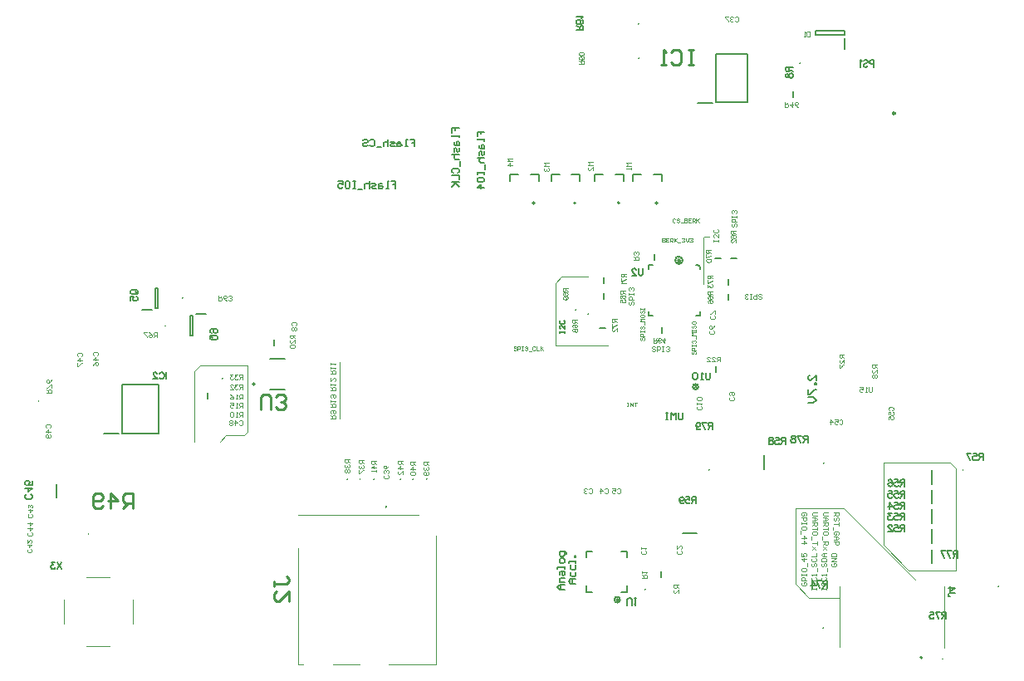
<source format=gbo>
G04*
G04 #@! TF.GenerationSoftware,Altium Limited,Altium Designer,22.5.1 (42)*
G04*
G04 Layer_Color=32896*
%FSLAX43Y43*%
%MOMM*%
G71*
G04*
G04 #@! TF.SameCoordinates,B4329D7B-D132-43AD-BD09-584EF951B7D5*
G04*
G04*
G04 #@! TF.FilePolarity,Positive*
G04*
G01*
G75*
%ADD10C,0.200*%
%ADD11C,0.254*%
%ADD12C,0.150*%
%ADD13C,0.250*%
%ADD14C,0.100*%
%ADD15C,0.127*%
%ADD201C,0.152*%
%ADD202C,0.140*%
D10*
X8725Y14075D02*
G03*
X8725Y14075I-50J0D01*
G01*
X95775Y1350D02*
G03*
X95775Y1350I-50J0D01*
G01*
X83625Y4525D02*
G03*
X83625Y4525I-50J0D01*
G01*
X83675Y21325D02*
G03*
X83675Y21325I-50J0D01*
G01*
X71975Y20650D02*
G03*
X71975Y20650I-50J0D01*
G01*
X101500Y8750D02*
G03*
X101500Y8750I-50J0D01*
G01*
X64800Y66100D02*
G03*
X64800Y66100I-50J0D01*
G01*
Y62600D02*
G03*
X64800Y62600I-50J0D01*
G01*
X58375Y36950D02*
G03*
X58375Y36950I-50J0D01*
G01*
X59675Y36550D02*
G03*
X59675Y36550I-50J0D01*
G01*
X93600Y1600D02*
G03*
X93600Y1400I0J-100D01*
G01*
D02*
G03*
X93600Y1600I0J100D01*
G01*
X97875Y20600D02*
G03*
X97875Y20600I-50J0D01*
G01*
X25650Y29375D02*
G03*
X25650Y29375I-100J0D01*
G01*
X81250Y62112D02*
G03*
X81250Y62112I-50J0D01*
G01*
X54181Y47835D02*
G03*
X54181Y47835I-100J0D01*
G01*
X22405Y29961D02*
G03*
X22405Y29961I-50J0D01*
G01*
X39039Y16909D02*
G03*
X39039Y16809I0J-50D01*
G01*
D02*
G03*
X39039Y16909I0J50D01*
G01*
D02*
G03*
X39039Y16809I0J-50D01*
G01*
X18325Y38175D02*
G03*
X18325Y38175I-50J0D01*
G01*
X3634Y27611D02*
G03*
X3634Y27611I-50J0D01*
G01*
X16550Y35300D02*
G03*
X16550Y35300I-50J0D01*
G01*
X65500Y8450D02*
G03*
X65500Y8450I-50J0D01*
G01*
X41799Y19684D02*
G03*
X41799Y19684I-50J0D01*
G01*
X43199D02*
G03*
X43199Y19684I-50J0D01*
G01*
X35099D02*
G03*
X35099Y19684I-50J0D01*
G01*
X40499D02*
G03*
X40499Y19684I-50J0D01*
G01*
X70607Y29205D02*
G03*
X70607Y29205I-27J0D01*
G01*
X58376Y47835D02*
G03*
X58376Y47835I-100J0D01*
G01*
X62831D02*
G03*
X62831Y47835I-100J0D01*
G01*
X66712D02*
G03*
X66712Y47835I-100J0D01*
G01*
X37799Y19684D02*
G03*
X37799Y19684I-50J0D01*
G01*
X36399D02*
G03*
X36399Y19684I-50J0D01*
G01*
X77600Y20700D02*
Y22100D01*
X72550Y42225D02*
X73150D01*
X74150D02*
X74750D01*
X73900Y39500D02*
Y40100D01*
X73950Y38000D02*
Y38600D01*
X61200Y39625D02*
Y40225D01*
Y38075D02*
Y38675D01*
X60825Y35100D02*
X61425D01*
X67200Y34600D02*
Y35200D01*
X69299Y14211D02*
X70699D01*
X71025Y41125D02*
Y41338D01*
X70600Y41550D02*
X70812D01*
X71025Y41338D01*
X65825Y41125D02*
Y41550D01*
X66250D01*
X71025Y36350D02*
Y36775D01*
X70600Y36350D02*
X71025D01*
X65825D02*
Y36775D01*
Y36350D02*
X66250D01*
X94700Y11100D02*
Y12500D01*
Y13200D02*
Y14600D01*
Y15200D02*
Y16600D01*
Y17200D02*
Y18600D01*
Y19200D02*
Y20600D01*
X70825Y58020D02*
X72352D01*
X72702Y58148D02*
Y63052D01*
X75898D01*
Y58148D02*
Y63052D01*
X72702Y58148D02*
X75898D01*
X85800Y63575D02*
Y64625D01*
X82850Y64975D02*
X85750D01*
X82850D02*
Y65425D01*
X85750D01*
Y64975D02*
Y65425D01*
X20873Y27858D02*
Y28458D01*
X10307Y24347D02*
X11782D01*
X12132Y24372D02*
Y29372D01*
X15832D01*
Y24372D02*
Y29372D01*
X12132Y24372D02*
X15832D01*
X27625Y33325D02*
Y33925D01*
X67100Y9650D02*
Y10250D01*
X66396Y42039D02*
Y42639D01*
X72681Y30602D02*
Y31202D01*
X80500Y58600D02*
Y59200D01*
X19100Y36350D02*
X19300D01*
X19100Y34350D02*
Y36350D01*
Y34350D02*
X19300D01*
Y36350D01*
X19650Y36525D02*
X20650D01*
X15550Y37150D02*
X15750D01*
Y39150D01*
X15550D02*
X15750D01*
X15550Y37150D02*
Y39150D01*
X14200Y36975D02*
X15200D01*
X5445Y17775D02*
Y19175D01*
D11*
X26255Y26763D02*
Y28033D01*
X26509Y28287D01*
X27017D01*
X27271Y28033D01*
Y26763D01*
X27779Y27017D02*
X28033Y26763D01*
X28541D01*
X28795Y27017D01*
Y27271D01*
X28541Y27525D01*
X28287D01*
X28541D01*
X28795Y27779D01*
Y28033D01*
X28541Y28287D01*
X28033D01*
X27779Y28033D01*
X13224Y16680D02*
Y18204D01*
X12462D01*
X12208Y17950D01*
Y17442D01*
X12462Y17188D01*
X13224D01*
X12716D02*
X12208Y16680D01*
X10939D02*
Y18204D01*
X11700Y17442D01*
X10685D01*
X10177Y16934D02*
X9923Y16680D01*
X9415D01*
X9161Y16934D01*
Y17950D01*
X9415Y18204D01*
X9923D01*
X10177Y17950D01*
Y17696D01*
X9923Y17442D01*
X9161D01*
X27638Y8754D02*
Y9262D01*
Y9008D01*
X28908D01*
X29162Y9262D01*
Y9516D01*
X28908Y9770D01*
X29162Y7230D02*
Y8246D01*
X28146Y7230D01*
X27892D01*
X27638Y7484D01*
Y7992D01*
X27892Y8246D01*
X70399Y63483D02*
X69891D01*
X70145D01*
Y61959D01*
X70399D01*
X69891D01*
X68114Y63229D02*
X68368Y63483D01*
X68876D01*
X69130Y63229D01*
Y62213D01*
X68876Y61959D01*
X68368D01*
X68114Y62213D01*
X67606Y61959D02*
X67098D01*
X67352D01*
Y63483D01*
X67606Y63229D01*
D12*
X70884Y29095D02*
G03*
X70884Y29095I-292J0D01*
G01*
X69284Y41995D02*
G03*
X69284Y41995I-392J0D01*
G01*
X62900Y7400D02*
G03*
X62900Y7400I-300J0D01*
G01*
X67550Y26450D02*
X67783D01*
X67667D01*
Y25750D01*
X67550D01*
X67783D01*
X68133D02*
Y26450D01*
X68366Y26217D01*
X68600Y26450D01*
Y25750D01*
X68833Y26450D02*
Y25867D01*
X68950Y25750D01*
X69183D01*
X69299Y25867D01*
Y26450D01*
X58350Y9050D02*
X57883D01*
X57650Y9283D01*
X57883Y9517D01*
X58350D01*
X58000D01*
Y9050D01*
X57883Y10216D02*
Y9866D01*
X58000Y9750D01*
X58233D01*
X58350Y9866D01*
Y10216D01*
X57883Y10916D02*
Y10566D01*
X58000Y10450D01*
X58233D01*
X58350Y10566D01*
Y10916D01*
Y11149D02*
Y11383D01*
Y11266D01*
X57650D01*
Y11149D01*
X58350Y11732D02*
X58233D01*
Y11849D01*
X58350D01*
Y11732D01*
X57217Y8450D02*
X56750D01*
X56517Y8683D01*
X56750Y8917D01*
X57217D01*
X56867D01*
Y8450D01*
X57217Y9150D02*
X56750D01*
Y9500D01*
X56867Y9616D01*
X57217D01*
X56750Y9966D02*
Y10199D01*
X56867Y10316D01*
X57217D01*
Y9966D01*
X57100Y9850D01*
X56983Y9966D01*
Y10316D01*
X57217Y10549D02*
Y10783D01*
Y10666D01*
X56517D01*
Y10549D01*
X57217Y11249D02*
Y11482D01*
X57100Y11599D01*
X56867D01*
X56750Y11482D01*
Y11249D01*
X56867Y11132D01*
X57100D01*
X57217Y11249D01*
X57450Y12066D02*
Y12182D01*
X57333Y12299D01*
X56750D01*
Y11949D01*
X56867Y11832D01*
X57100D01*
X57217Y11949D01*
Y12299D01*
X45766Y54997D02*
Y55463D01*
X46116D01*
Y55230D01*
Y55463D01*
X46466D01*
Y54763D02*
Y54530D01*
Y54647D01*
X45766D01*
Y54763D01*
X46000Y54064D02*
Y53830D01*
X46116Y53714D01*
X46466D01*
Y54064D01*
X46350Y54180D01*
X46233Y54064D01*
Y53714D01*
X46466Y53481D02*
Y53131D01*
X46350Y53014D01*
X46233Y53131D01*
Y53364D01*
X46116Y53481D01*
X46000Y53364D01*
Y53014D01*
X45766Y52781D02*
X46466D01*
X46116D01*
X46000Y52664D01*
Y52431D01*
X46116Y52314D01*
X46466D01*
X46583Y52081D02*
Y51614D01*
X45883Y50915D02*
X45766Y51031D01*
Y51265D01*
X45883Y51381D01*
X46350D01*
X46466Y51265D01*
Y51031D01*
X46350Y50915D01*
X45766Y50681D02*
X46466D01*
Y50215D01*
X45766Y49982D02*
X46466D01*
X46233D01*
X45766Y49515D01*
X46116Y49865D01*
X46466Y49515D01*
X48332Y54641D02*
Y55108D01*
X48682D01*
Y54874D01*
Y55108D01*
X49032D01*
Y54408D02*
Y54175D01*
Y54291D01*
X48332D01*
Y54408D01*
X48565Y53708D02*
Y53475D01*
X48682Y53358D01*
X49032D01*
Y53708D01*
X48915Y53825D01*
X48798Y53708D01*
Y53358D01*
X49032Y53125D02*
Y52775D01*
X48915Y52658D01*
X48798Y52775D01*
Y53008D01*
X48682Y53125D01*
X48565Y53008D01*
Y52658D01*
X48332Y52425D02*
X49032D01*
X48682D01*
X48565Y52308D01*
Y52075D01*
X48682Y51959D01*
X49032D01*
X49148Y51725D02*
Y51259D01*
X48332Y51026D02*
Y50792D01*
Y50909D01*
X49032D01*
Y51026D01*
Y50792D01*
X48332Y50093D02*
Y50326D01*
X48448Y50442D01*
X48915D01*
X49032Y50326D01*
Y50093D01*
X48915Y49976D01*
X48448D01*
X48332Y50093D01*
X49032Y49393D02*
X48332D01*
X48682Y49743D01*
Y49276D01*
X39538Y50052D02*
X40004D01*
Y49702D01*
X39771D01*
X40004D01*
Y49352D01*
X39304D02*
X39071D01*
X39188D01*
Y50052D01*
X39304D01*
X38605Y49819D02*
X38371D01*
X38255Y49702D01*
Y49352D01*
X38605D01*
X38721Y49469D01*
X38605Y49585D01*
X38255D01*
X38022Y49352D02*
X37672D01*
X37555Y49469D01*
X37672Y49585D01*
X37905D01*
X38022Y49702D01*
X37905Y49819D01*
X37555D01*
X37322Y50052D02*
Y49352D01*
Y49702D01*
X37205Y49819D01*
X36972D01*
X36855Y49702D01*
Y49352D01*
X36622Y49235D02*
X36155D01*
X35922Y50052D02*
X35689D01*
X35806D01*
Y49352D01*
X35922D01*
X35689D01*
X34989Y50052D02*
X35222D01*
X35339Y49935D01*
Y49469D01*
X35222Y49352D01*
X34989D01*
X34873Y49469D01*
Y49935D01*
X34989Y50052D01*
X34173D02*
X34639D01*
Y49702D01*
X34406Y49819D01*
X34289D01*
X34173Y49702D01*
Y49469D01*
X34289Y49352D01*
X34523D01*
X34639Y49469D01*
X41468Y54319D02*
X41935D01*
Y53969D01*
X41701D01*
X41935D01*
Y53619D01*
X41235D02*
X41002D01*
X41118D01*
Y54319D01*
X41235D01*
X40535Y54086D02*
X40302D01*
X40185Y53969D01*
Y53619D01*
X40535D01*
X40652Y53736D01*
X40535Y53852D01*
X40185D01*
X39952Y53619D02*
X39602D01*
X39485Y53736D01*
X39602Y53852D01*
X39835D01*
X39952Y53969D01*
X39835Y54086D01*
X39485D01*
X39252Y54319D02*
Y53619D01*
Y53969D01*
X39136Y54086D01*
X38902D01*
X38786Y53969D01*
Y53619D01*
X38552Y53503D02*
X38086D01*
X37386Y54202D02*
X37503Y54319D01*
X37736D01*
X37853Y54202D01*
Y53736D01*
X37736Y53619D01*
X37503D01*
X37386Y53736D01*
X36686Y54202D02*
X36803Y54319D01*
X37036D01*
X37153Y54202D01*
Y54086D01*
X37036Y53969D01*
X36803D01*
X36686Y53852D01*
Y53736D01*
X36803Y53619D01*
X37036D01*
X37153Y53736D01*
X82879Y29759D02*
Y30292D01*
X82346Y29759D01*
X82213D01*
X82080Y29892D01*
Y30159D01*
X82213Y30292D01*
X82879Y29492D02*
X82746D01*
Y29359D01*
X82879D01*
Y29492D01*
X82080Y28826D02*
Y28292D01*
X82213D01*
X82746Y28826D01*
X82879D01*
X82080Y28026D02*
X82613D01*
X82879Y27759D01*
X82613Y27493D01*
X82080D01*
X72330Y25457D02*
Y24757D01*
Y25457D02*
X72030D01*
X71930Y25424D01*
X71896Y25390D01*
X71863Y25324D01*
Y25257D01*
X71896Y25190D01*
X71930Y25157D01*
X72030Y25124D01*
X72330D01*
X72096D02*
X71863Y24757D01*
X71240Y25457D02*
X71573Y24757D01*
X71706Y25457D02*
X71240D01*
X70650Y25224D02*
X70683Y25124D01*
X70750Y25057D01*
X70850Y25024D01*
X70883D01*
X70983Y25057D01*
X71050Y25124D01*
X71083Y25224D01*
Y25257D01*
X71050Y25357D01*
X70983Y25424D01*
X70883Y25457D01*
X70850D01*
X70750Y25424D01*
X70683Y25357D01*
X70650Y25224D01*
Y25057D01*
X70683Y24891D01*
X70750Y24791D01*
X70850Y24757D01*
X70917D01*
X71017Y24791D01*
X71050Y24857D01*
X82032Y24111D02*
Y23411D01*
Y24111D02*
X81732D01*
X81632Y24078D01*
X81599Y24044D01*
X81566Y23978D01*
Y23911D01*
X81599Y23844D01*
X81632Y23811D01*
X81732Y23778D01*
X82032D01*
X81799D02*
X81566Y23411D01*
X80943Y24111D02*
X81276Y23411D01*
X81409Y24111D02*
X80943D01*
X80619D02*
X80719Y24078D01*
X80753Y24011D01*
Y23944D01*
X80719Y23878D01*
X80653Y23844D01*
X80519Y23811D01*
X80419Y23778D01*
X80353Y23711D01*
X80319Y23644D01*
Y23544D01*
X80353Y23478D01*
X80386Y23444D01*
X80486Y23411D01*
X80619D01*
X80719Y23444D01*
X80753Y23478D01*
X80786Y23544D01*
Y23644D01*
X80753Y23711D01*
X80686Y23778D01*
X80586Y23811D01*
X80453Y23844D01*
X80386Y23878D01*
X80353Y23944D01*
Y24011D01*
X80386Y24078D01*
X80486Y24111D01*
X80619D01*
X97323Y12376D02*
Y11676D01*
Y12376D02*
X97023D01*
X96923Y12343D01*
X96890Y12309D01*
X96857Y12243D01*
Y12176D01*
X96890Y12109D01*
X96923Y12076D01*
X97023Y12043D01*
X97323D01*
X97090D02*
X96857Y11676D01*
X96233Y12376D02*
X96567Y11676D01*
X96700Y12376D02*
X96233D01*
X95610D02*
X95943Y11676D01*
X96077Y12376D02*
X95610D01*
X96155Y6153D02*
Y5453D01*
Y6153D02*
X95855D01*
X95755Y6120D01*
X95722Y6086D01*
X95688Y6020D01*
Y5953D01*
X95722Y5886D01*
X95755Y5853D01*
X95855Y5820D01*
X96155D01*
X95922D02*
X95688Y5453D01*
X95065Y6153D02*
X95398Y5453D01*
X95532Y6153D02*
X95065D01*
X94508D02*
X94842D01*
X94875Y5853D01*
X94842Y5886D01*
X94742Y5920D01*
X94642D01*
X94542Y5886D01*
X94475Y5820D01*
X94442Y5720D01*
Y5653D01*
X94475Y5553D01*
X94542Y5487D01*
X94642Y5453D01*
X94742D01*
X94842Y5487D01*
X94875Y5520D01*
X94908Y5587D01*
X84039Y9328D02*
Y8628D01*
Y9328D02*
X83739D01*
X83639Y9295D01*
X83606Y9261D01*
X83572Y9195D01*
Y9128D01*
X83606Y9061D01*
X83639Y9028D01*
X83739Y8995D01*
X84039D01*
X83806D02*
X83572Y8628D01*
X82949Y9328D02*
X83282Y8628D01*
X83416Y9328D02*
X82949D01*
X82459D02*
X82793Y8861D01*
X82293D01*
X82459Y9328D02*
Y8628D01*
X59125Y65462D02*
X58425D01*
X59125D02*
Y65762D01*
X59092Y65862D01*
X59058Y65895D01*
X58992Y65928D01*
X58925D01*
X58858Y65895D01*
X58825Y65862D01*
X58792Y65762D01*
Y65462D01*
Y65695D02*
X58425Y65928D01*
X59025Y66485D02*
X59092Y66452D01*
X59125Y66352D01*
Y66285D01*
X59092Y66185D01*
X58992Y66118D01*
X58825Y66085D01*
X58658D01*
X58525Y66118D01*
X58458Y66185D01*
X58425Y66285D01*
Y66318D01*
X58458Y66418D01*
X58525Y66485D01*
X58625Y66518D01*
X58658D01*
X58758Y66485D01*
X58825Y66418D01*
X58858Y66318D01*
Y66285D01*
X58825Y66185D01*
X58758Y66118D01*
X58658Y66085D01*
X58992Y66672D02*
X59025Y66738D01*
X59125Y66838D01*
X58425D01*
X70653Y17888D02*
Y17188D01*
Y17888D02*
X70353D01*
X70253Y17855D01*
X70220Y17821D01*
X70187Y17755D01*
Y17688D01*
X70220Y17621D01*
X70253Y17588D01*
X70353Y17555D01*
X70653D01*
X70420D02*
X70187Y17188D01*
X69630Y17888D02*
X69963D01*
X69997Y17588D01*
X69963Y17621D01*
X69863Y17655D01*
X69763D01*
X69663Y17621D01*
X69597Y17555D01*
X69563Y17455D01*
Y17388D01*
X69597Y17288D01*
X69663Y17221D01*
X69763Y17188D01*
X69863D01*
X69963Y17221D01*
X69997Y17255D01*
X70030Y17321D01*
X68974Y17655D02*
X69007Y17555D01*
X69074Y17488D01*
X69174Y17455D01*
X69207D01*
X69307Y17488D01*
X69373Y17555D01*
X69407Y17655D01*
Y17688D01*
X69373Y17788D01*
X69307Y17855D01*
X69207Y17888D01*
X69174D01*
X69074Y17855D01*
X69007Y17788D01*
X68974Y17655D01*
Y17488D01*
X69007Y17321D01*
X69074Y17221D01*
X69174Y17188D01*
X69240D01*
X69340Y17221D01*
X69373Y17288D01*
X79772Y23933D02*
Y23233D01*
Y23933D02*
X79472D01*
X79372Y23900D01*
X79339Y23866D01*
X79305Y23800D01*
Y23733D01*
X79339Y23666D01*
X79372Y23633D01*
X79472Y23600D01*
X79772D01*
X79539D02*
X79305Y23233D01*
X78749Y23933D02*
X79082D01*
X79115Y23633D01*
X79082Y23666D01*
X78982Y23700D01*
X78882D01*
X78782Y23666D01*
X78715Y23600D01*
X78682Y23500D01*
Y23433D01*
X78715Y23333D01*
X78782Y23267D01*
X78882Y23233D01*
X78982D01*
X79082Y23267D01*
X79115Y23300D01*
X79149Y23367D01*
X78359Y23933D02*
X78459Y23900D01*
X78492Y23833D01*
Y23766D01*
X78459Y23700D01*
X78392Y23666D01*
X78259Y23633D01*
X78159Y23600D01*
X78092Y23533D01*
X78059Y23466D01*
Y23367D01*
X78092Y23300D01*
X78125Y23267D01*
X78225Y23233D01*
X78359D01*
X78459Y23267D01*
X78492Y23300D01*
X78525Y23367D01*
Y23466D01*
X78492Y23533D01*
X78425Y23600D01*
X78325Y23633D01*
X78192Y23666D01*
X78125Y23700D01*
X78092Y23766D01*
Y23833D01*
X78125Y23900D01*
X78225Y23933D01*
X78359D01*
X99913Y22308D02*
Y21608D01*
Y22308D02*
X99613D01*
X99513Y22275D01*
X99480Y22241D01*
X99447Y22175D01*
Y22108D01*
X99480Y22042D01*
X99513Y22008D01*
X99613Y21975D01*
X99913D01*
X99680D02*
X99447Y21608D01*
X98890Y22308D02*
X99223D01*
X99257Y22008D01*
X99223Y22042D01*
X99123Y22075D01*
X99023D01*
X98924Y22042D01*
X98857Y21975D01*
X98824Y21875D01*
Y21808D01*
X98857Y21708D01*
X98924Y21642D01*
X99023Y21608D01*
X99123D01*
X99223Y21642D01*
X99257Y21675D01*
X99290Y21742D01*
X98200Y22308D02*
X98534Y21608D01*
X98667Y22308D02*
X98200D01*
X91912Y19641D02*
Y18941D01*
Y19641D02*
X91612D01*
X91512Y19608D01*
X91479Y19574D01*
X91446Y19508D01*
Y19441D01*
X91479Y19375D01*
X91512Y19341D01*
X91612Y19308D01*
X91912D01*
X91679D02*
X91446Y18941D01*
X90889Y19641D02*
X91222D01*
X91256Y19341D01*
X91222Y19375D01*
X91122Y19408D01*
X91022D01*
X90923Y19375D01*
X90856Y19308D01*
X90823Y19208D01*
Y19141D01*
X90856Y19041D01*
X90923Y18975D01*
X91022Y18941D01*
X91122D01*
X91222Y18975D01*
X91256Y19008D01*
X91289Y19075D01*
X90266Y19541D02*
X90299Y19608D01*
X90399Y19641D01*
X90466D01*
X90566Y19608D01*
X90633Y19508D01*
X90666Y19341D01*
Y19175D01*
X90633Y19041D01*
X90566Y18975D01*
X90466Y18941D01*
X90433D01*
X90333Y18975D01*
X90266Y19041D01*
X90233Y19141D01*
Y19175D01*
X90266Y19275D01*
X90333Y19341D01*
X90433Y19375D01*
X90466D01*
X90566Y19341D01*
X90633Y19275D01*
X90666Y19175D01*
X91912Y18473D02*
Y17773D01*
Y18473D02*
X91612D01*
X91512Y18439D01*
X91479Y18406D01*
X91446Y18339D01*
Y18273D01*
X91479Y18206D01*
X91512Y18173D01*
X91612Y18139D01*
X91912D01*
X91679D02*
X91446Y17773D01*
X90889Y18473D02*
X91222D01*
X91256Y18173D01*
X91222Y18206D01*
X91122Y18239D01*
X91022D01*
X90923Y18206D01*
X90856Y18139D01*
X90823Y18039D01*
Y17973D01*
X90856Y17873D01*
X90923Y17806D01*
X91022Y17773D01*
X91122D01*
X91222Y17806D01*
X91256Y17840D01*
X91289Y17906D01*
X90266Y18473D02*
X90599D01*
X90633Y18173D01*
X90599Y18206D01*
X90499Y18239D01*
X90399D01*
X90299Y18206D01*
X90233Y18139D01*
X90199Y18039D01*
Y17973D01*
X90233Y17873D01*
X90299Y17806D01*
X90399Y17773D01*
X90499D01*
X90599Y17806D01*
X90633Y17840D01*
X90666Y17906D01*
X91912Y17330D02*
Y16630D01*
Y17330D02*
X91612D01*
X91512Y17296D01*
X91479Y17263D01*
X91446Y17196D01*
Y17130D01*
X91479Y17063D01*
X91512Y17030D01*
X91612Y16996D01*
X91912D01*
X91679D02*
X91446Y16630D01*
X90889Y17330D02*
X91222D01*
X91256Y17030D01*
X91222Y17063D01*
X91122Y17096D01*
X91022D01*
X90923Y17063D01*
X90856Y16996D01*
X90823Y16896D01*
Y16830D01*
X90856Y16730D01*
X90923Y16663D01*
X91022Y16630D01*
X91122D01*
X91222Y16663D01*
X91256Y16697D01*
X91289Y16763D01*
X90333Y17330D02*
X90666Y16863D01*
X90166D01*
X90333Y17330D02*
Y16630D01*
X91912Y16212D02*
Y15512D01*
Y16212D02*
X91612D01*
X91512Y16179D01*
X91479Y16145D01*
X91446Y16079D01*
Y16012D01*
X91479Y15946D01*
X91512Y15912D01*
X91612Y15879D01*
X91912D01*
X91679D02*
X91446Y15512D01*
X90889Y16212D02*
X91222D01*
X91256Y15912D01*
X91222Y15946D01*
X91122Y15979D01*
X91022D01*
X90923Y15946D01*
X90856Y15879D01*
X90823Y15779D01*
Y15712D01*
X90856Y15612D01*
X90923Y15546D01*
X91022Y15512D01*
X91122D01*
X91222Y15546D01*
X91256Y15579D01*
X91289Y15646D01*
X90599Y16212D02*
X90233D01*
X90433Y15946D01*
X90333D01*
X90266Y15912D01*
X90233Y15879D01*
X90199Y15779D01*
Y15712D01*
X90233Y15612D01*
X90299Y15546D01*
X90399Y15512D01*
X90499D01*
X90599Y15546D01*
X90633Y15579D01*
X90666Y15646D01*
X91912Y15018D02*
Y14318D01*
Y15018D02*
X91612D01*
X91512Y14985D01*
X91479Y14952D01*
X91446Y14885D01*
Y14818D01*
X91479Y14752D01*
X91512Y14718D01*
X91612Y14685D01*
X91912D01*
X91679D02*
X91446Y14318D01*
X90889Y15018D02*
X91222D01*
X91256Y14718D01*
X91222Y14752D01*
X91122Y14785D01*
X91022D01*
X90923Y14752D01*
X90856Y14685D01*
X90823Y14585D01*
Y14518D01*
X90856Y14418D01*
X90923Y14352D01*
X91022Y14318D01*
X91122D01*
X91222Y14352D01*
X91256Y14385D01*
X91289Y14452D01*
X90633Y14852D02*
Y14885D01*
X90599Y14952D01*
X90566Y14985D01*
X90499Y15018D01*
X90366D01*
X90299Y14985D01*
X90266Y14952D01*
X90233Y14885D01*
Y14818D01*
X90266Y14752D01*
X90333Y14652D01*
X90666Y14318D01*
X90199D01*
X97045Y8043D02*
X96511D01*
X96411Y8010D01*
X96378Y7977D01*
X96345Y7910D01*
Y7844D01*
X96378Y7777D01*
X96411Y7744D01*
X96511Y7710D01*
X96578D01*
X97045Y8557D02*
X96578Y8223D01*
Y8723D01*
X97045Y8557D02*
X96345D01*
X88789Y62047D02*
X88489D01*
X88389Y62081D01*
X88356Y62114D01*
X88322Y62181D01*
Y62281D01*
X88356Y62347D01*
X88389Y62381D01*
X88489Y62414D01*
X88789D01*
Y61714D01*
X87699Y62314D02*
X87766Y62381D01*
X87866Y62414D01*
X87999D01*
X88099Y62381D01*
X88166Y62314D01*
Y62247D01*
X88132Y62181D01*
X88099Y62147D01*
X88032Y62114D01*
X87832Y62047D01*
X87766Y62014D01*
X87732Y61981D01*
X87699Y61914D01*
Y61814D01*
X87766Y61748D01*
X87866Y61714D01*
X87999D01*
X88099Y61748D01*
X88166Y61814D01*
X87542Y62281D02*
X87476Y62314D01*
X87376Y62414D01*
Y61714D01*
X5952Y11234D02*
X5485Y10534D01*
Y11234D02*
X5952Y10534D01*
X5262Y11234D02*
X4895D01*
X5095Y10967D01*
X4995D01*
X4929Y10934D01*
X4895Y10900D01*
X4862Y10800D01*
Y10734D01*
X4895Y10634D01*
X4962Y10567D01*
X5062Y10534D01*
X5162D01*
X5262Y10567D01*
X5295Y10601D01*
X5329Y10667D01*
X65228Y41155D02*
Y40655D01*
X65195Y40555D01*
X65128Y40488D01*
X65028Y40455D01*
X64962D01*
X64862Y40488D01*
X64795Y40555D01*
X64762Y40655D01*
Y41155D01*
X64535Y40988D02*
Y41022D01*
X64502Y41088D01*
X64469Y41122D01*
X64402Y41155D01*
X64269D01*
X64202Y41122D01*
X64169Y41088D01*
X64135Y41022D01*
Y40955D01*
X64169Y40888D01*
X64235Y40788D01*
X64569Y40455D01*
X64102D01*
X16582Y30584D02*
Y29884D01*
X15936Y30417D02*
X15969Y30484D01*
X16036Y30550D01*
X16102Y30584D01*
X16236D01*
X16302Y30550D01*
X16369Y30484D01*
X16402Y30417D01*
X16436Y30317D01*
Y30150D01*
X16402Y30050D01*
X16369Y29984D01*
X16302Y29917D01*
X16236Y29884D01*
X16102D01*
X16036Y29917D01*
X15969Y29984D01*
X15936Y30050D01*
X15706Y30417D02*
Y30450D01*
X15673Y30517D01*
X15639Y30550D01*
X15573Y30584D01*
X15439D01*
X15373Y30550D01*
X15339Y30517D01*
X15306Y30450D01*
Y30384D01*
X15339Y30317D01*
X15406Y30217D01*
X15739Y29884D01*
X15273D01*
X79800Y61682D02*
X80500D01*
X79800D02*
Y61382D01*
X79833Y61282D01*
X79867Y61249D01*
X79933Y61216D01*
X80000D01*
X80067Y61249D01*
X80100Y61282D01*
X80133Y61382D01*
Y61682D01*
Y61449D02*
X80500Y61216D01*
X79800Y60893D02*
X79833Y60993D01*
X79900Y61026D01*
X79967D01*
X80033Y60993D01*
X80067Y60926D01*
X80100Y60793D01*
X80133Y60693D01*
X80200Y60626D01*
X80267Y60593D01*
X80367D01*
X80433Y60626D01*
X80467Y60659D01*
X80500Y60759D01*
Y60893D01*
X80467Y60993D01*
X80433Y61026D01*
X80367Y61059D01*
X80267D01*
X80200Y61026D01*
X80133Y60959D01*
X80100Y60859D01*
X80067Y60726D01*
X80033Y60659D01*
X79967Y60626D01*
X79900D01*
X79833Y60659D01*
X79800Y60759D01*
Y60893D01*
X72075Y30550D02*
Y29967D01*
X71958Y29850D01*
X71725D01*
X71608Y29967D01*
Y30550D01*
X71375Y29850D02*
X71142D01*
X71258D01*
Y30550D01*
X71375Y30433D01*
X70792D02*
X70675Y30550D01*
X70442D01*
X70325Y30433D01*
Y29967D01*
X70442Y29850D01*
X70675D01*
X70792Y29967D01*
Y30433D01*
X21242Y34333D02*
X21708D01*
X21825Y34217D01*
Y33983D01*
X21708Y33867D01*
X21242D01*
X21125Y33983D01*
Y34217D01*
X21358Y34100D02*
X21125Y34333D01*
Y34217D02*
X21242Y34333D01*
Y34567D02*
X21125Y34683D01*
Y34917D01*
X21242Y35033D01*
X21708D01*
X21825Y34917D01*
Y34683D01*
X21708Y34567D01*
X21592D01*
X21475Y34683D01*
Y35033D01*
X13583Y38542D02*
X13117D01*
X13000Y38658D01*
Y38892D01*
X13117Y39008D01*
X13583D01*
X13700Y38892D01*
Y38658D01*
X13467Y38775D02*
X13700Y38542D01*
Y38658D02*
X13583Y38542D01*
X13000Y37842D02*
Y38308D01*
X13350D01*
X13233Y38075D01*
Y37958D01*
X13350Y37842D01*
X13583D01*
X13700Y37958D01*
Y38192D01*
X13583Y38308D01*
X2828Y18133D02*
X2945Y18017D01*
Y17784D01*
X2828Y17667D01*
X2362D01*
X2245Y17784D01*
Y18017D01*
X2362Y18133D01*
X2245Y18717D02*
X2945D01*
X2595Y18367D01*
Y18833D01*
X2945Y19533D02*
Y19067D01*
X2595D01*
X2712Y19300D01*
Y19416D01*
X2595Y19533D01*
X2362D01*
X2245Y19416D01*
Y19183D01*
X2362Y19067D01*
X63633Y6850D02*
Y7433D01*
X63750Y7550D01*
X63983D01*
X64100Y7433D01*
Y6850D01*
X64333Y7550D02*
X64567D01*
X64450D01*
Y6850D01*
X64333Y6967D01*
D13*
X69050Y41840D02*
G03*
X69050Y41840I-125J0D01*
G01*
X90945Y56992D02*
G03*
X90945Y56992I-125J0D01*
G01*
D14*
X87315Y27225D02*
G03*
X87315Y27325I0J50D01*
G01*
D02*
G03*
X87315Y27225I0J-50D01*
G01*
X70398Y28902D02*
X70798Y29302D01*
X70300Y29095D02*
X70900D01*
X70592Y28800D02*
Y29400D01*
X70394Y29294D02*
X70794Y28894D01*
X68492Y41995D02*
X69292D01*
X68892Y41595D02*
Y42395D01*
X68598Y41702D02*
X69148Y42252D01*
X68644Y42244D02*
X69144Y41744D01*
X62400Y7600D02*
X62800Y7200D01*
X62400Y7200D02*
X62800Y7600D01*
X62600Y7100D02*
Y7700D01*
X62300Y7400D02*
X62900D01*
X56300Y33275D02*
X61675D01*
X71450Y44400D02*
X71975D01*
X71400Y44350D02*
X71450Y44400D01*
X71400Y43300D02*
Y44350D01*
Y40725D02*
Y41025D01*
Y40150D02*
Y40575D01*
Y42250D02*
Y43300D01*
Y40575D02*
Y40725D01*
Y39575D02*
Y40150D01*
Y41025D02*
Y42250D01*
X56300Y33275D02*
Y39675D01*
X56925Y40300D01*
X59650D01*
X8500Y2675D02*
X10900D01*
X13200Y4975D02*
Y7375D01*
X8500Y9675D02*
X10900D01*
X6200Y4975D02*
Y7375D01*
X83868Y7607D02*
X85239D01*
X84680Y16726D02*
X85696D01*
X93024Y9398D01*
X82191Y7607D02*
X83868D01*
X80794Y9004D02*
X82191Y7607D01*
X80794Y9004D02*
Y16726D01*
X84680D01*
X89786Y20129D02*
Y21399D01*
X96517D01*
X97177Y20739D01*
Y10401D02*
Y20739D01*
X92351Y10401D02*
X97177D01*
X89786Y12967D02*
X92351Y10401D01*
X89786Y12967D02*
Y20917D01*
X85275Y2600D02*
Y8750D01*
X95925Y2450D02*
Y8750D01*
X34300Y25900D02*
Y26300D01*
Y31600D01*
X19500Y23500D02*
Y26100D01*
X20100Y31300D02*
X24900D01*
X19500Y30700D02*
X20100Y31300D01*
X19500Y29800D02*
Y30700D01*
X22700Y24200D02*
X24600D01*
X24900Y24500D01*
Y31300D01*
X19500Y26100D02*
Y29800D01*
X22150Y23450D02*
X22700Y24200D01*
X30099Y16009D02*
X42349D01*
X30099D02*
X42349D01*
X30099Y809D02*
Y12659D01*
Y809D02*
Y12659D01*
Y809D02*
X30599D01*
X30099D02*
X30599D01*
X33599D02*
X36349D01*
X33599D02*
X36349D01*
X39349D02*
X44099D01*
X39349D02*
X44099D01*
Y13909D01*
Y809D02*
Y13909D01*
X74341Y45721D02*
X74258Y45637D01*
Y45471D01*
X74341Y45387D01*
X74424D01*
X74507Y45471D01*
Y45637D01*
X74591Y45721D01*
X74674D01*
X74757Y45637D01*
Y45471D01*
X74674Y45387D01*
X74757Y45887D02*
X74258D01*
Y46137D01*
X74341Y46220D01*
X74507D01*
X74591Y46137D01*
Y45887D01*
X74258Y46387D02*
Y46554D01*
Y46470D01*
X74757D01*
Y46387D01*
Y46554D01*
X74341Y46804D02*
X74258Y46887D01*
Y47053D01*
X74341Y47137D01*
X74424D01*
X74507Y47053D01*
Y46970D01*
Y47053D01*
X74591Y47137D01*
X74674D01*
X74757Y47053D01*
Y46887D01*
X74674Y46804D01*
X77008Y38122D02*
X77092Y38039D01*
X77258D01*
X77342Y38122D01*
Y38205D01*
X77258Y38289D01*
X77092D01*
X77008Y38372D01*
Y38455D01*
X77092Y38539D01*
X77258D01*
X77342Y38455D01*
X76842Y38539D02*
Y38039D01*
X76592D01*
X76509Y38122D01*
Y38289D01*
X76592Y38372D01*
X76842D01*
X76342Y38039D02*
X76175D01*
X76259D01*
Y38539D01*
X76342D01*
X76175D01*
X75925Y38122D02*
X75842Y38039D01*
X75675D01*
X75592Y38122D01*
Y38205D01*
X75675Y38289D01*
X75759D01*
X75675D01*
X75592Y38372D01*
Y38455D01*
X75675Y38539D01*
X75842D01*
X75925Y38455D01*
X72400Y43900D02*
Y44067D01*
Y43983D01*
X72900D01*
Y43900D01*
Y44067D01*
Y44650D02*
Y44317D01*
X72567Y44650D01*
X72483D01*
X72400Y44566D01*
Y44400D01*
X72483Y44317D01*
Y45150D02*
X72400Y45066D01*
Y44900D01*
X72483Y44816D01*
X72817D01*
X72900Y44900D01*
Y45066D01*
X72817Y45150D01*
X66508Y33142D02*
X66425Y33225D01*
X66258D01*
X66175Y33142D01*
Y33058D01*
X66258Y32975D01*
X66425D01*
X66508Y32892D01*
Y32808D01*
X66425Y32725D01*
X66258D01*
X66175Y32808D01*
X66675Y32725D02*
Y33225D01*
X66925D01*
X67008Y33142D01*
Y32975D01*
X66925Y32892D01*
X66675D01*
X67175Y33225D02*
X67341D01*
X67258D01*
Y32725D01*
X67175D01*
X67341D01*
X67591Y33142D02*
X67675Y33225D01*
X67841D01*
X67924Y33142D01*
Y33058D01*
X67841Y32975D01*
X67758D01*
X67841D01*
X67924Y32892D01*
Y32808D01*
X67841Y32725D01*
X67675D01*
X67591Y32808D01*
X63883Y37783D02*
X63800Y37700D01*
Y37533D01*
X63883Y37450D01*
X63967D01*
X64050Y37533D01*
Y37700D01*
X64133Y37783D01*
X64217D01*
X64300Y37700D01*
Y37533D01*
X64217Y37450D01*
X64300Y37950D02*
X63800D01*
Y38200D01*
X63883Y38283D01*
X64050D01*
X64133Y38200D01*
Y37950D01*
X63800Y38450D02*
Y38616D01*
Y38533D01*
X64300D01*
Y38450D01*
Y38616D01*
X63883Y38866D02*
X63800Y38950D01*
Y39116D01*
X63883Y39199D01*
X63967D01*
X64050Y39116D01*
Y39033D01*
Y39116D01*
X64133Y39199D01*
X64217D01*
X64300Y39116D01*
Y38950D01*
X64217Y38866D01*
X84686Y16306D02*
X85186D01*
Y16056D01*
X85102Y15972D01*
X84936D01*
X84853Y16056D01*
Y16306D01*
Y16139D02*
X84686Y15972D01*
X85102Y15473D02*
X85186Y15556D01*
Y15722D01*
X85102Y15806D01*
X85019D01*
X84936Y15722D01*
Y15556D01*
X84853Y15473D01*
X84769D01*
X84686Y15556D01*
Y15722D01*
X84769Y15806D01*
X85186Y15306D02*
Y14973D01*
Y15139D01*
X84686D01*
X84603Y14806D02*
Y14473D01*
X85102Y13973D02*
X85186Y14056D01*
Y14223D01*
X85102Y14306D01*
X84769D01*
X84686Y14223D01*
Y14056D01*
X84769Y13973D01*
X84936D01*
Y14140D01*
X84686Y13806D02*
X85019D01*
X85186Y13640D01*
X85019Y13473D01*
X84686D01*
X84936D01*
Y13806D01*
X84686Y13307D02*
X85186D01*
Y13057D01*
X85102Y12973D01*
X84936D01*
X84853Y13057D01*
Y13307D01*
X84094Y16306D02*
X83677D01*
X83594Y16222D01*
Y16056D01*
X83677Y15972D01*
X84094D01*
X83594Y15806D02*
X83927D01*
X84094Y15639D01*
X83927Y15473D01*
X83594D01*
X83844D01*
Y15806D01*
X83594Y15306D02*
X84094D01*
Y15056D01*
X84010Y14973D01*
X83844D01*
X83760Y15056D01*
Y15306D01*
Y15139D02*
X83594Y14973D01*
X84094Y14806D02*
Y14473D01*
Y14639D01*
X83594D01*
X84010Y14306D02*
X84094Y14223D01*
Y14056D01*
X84010Y13973D01*
X83677D01*
X83594Y14056D01*
Y14223D01*
X83677Y14306D01*
X84010D01*
X83510Y13806D02*
Y13473D01*
X83594Y13307D02*
X84094D01*
Y13057D01*
X84010Y12973D01*
X83844D01*
X83760Y13057D01*
Y13307D01*
Y13140D02*
X83594Y12973D01*
X83927Y12807D02*
X83594Y12474D01*
X83760Y12640D01*
X83927Y12474D01*
X83594Y12807D01*
X83027Y16306D02*
X82610D01*
X82527Y16222D01*
Y16056D01*
X82610Y15972D01*
X83027D01*
X82527Y15806D02*
X82860D01*
X83027Y15639D01*
X82860Y15473D01*
X82527D01*
X82777D01*
Y15806D01*
X82527Y15306D02*
X83027D01*
Y15056D01*
X82943Y14973D01*
X82777D01*
X82694Y15056D01*
Y15306D01*
Y15139D02*
X82527Y14973D01*
X83027Y14806D02*
Y14473D01*
Y14639D01*
X82527D01*
X82943Y14306D02*
X83027Y14223D01*
Y14056D01*
X82943Y13973D01*
X82610D01*
X82527Y14056D01*
Y14223D01*
X82610Y14306D01*
X82943D01*
X82444Y13806D02*
Y13473D01*
X83027Y13307D02*
Y12973D01*
Y13140D01*
X82527D01*
X82860Y12807D02*
X82527Y12474D01*
X82694Y12640D01*
X82860Y12474D01*
X82527Y12807D01*
X81775Y15972D02*
X81858Y16056D01*
Y16222D01*
X81775Y16306D01*
X81442D01*
X81358Y16222D01*
Y16056D01*
X81442Y15972D01*
X81608D01*
Y16139D01*
X81358Y15806D02*
X81858D01*
Y15556D01*
X81775Y15473D01*
X81608D01*
X81525Y15556D01*
Y15806D01*
X81858Y15306D02*
Y15139D01*
Y15223D01*
X81358D01*
Y15306D01*
Y15139D01*
X81858Y14639D02*
Y14806D01*
X81775Y14889D01*
X81442D01*
X81358Y14806D01*
Y14639D01*
X81442Y14556D01*
X81775D01*
X81858Y14639D01*
X81275Y14390D02*
Y14056D01*
X81358Y13640D02*
X81858D01*
X81608Y13890D01*
Y13556D01*
X81358Y13140D02*
X81858D01*
X81608Y13390D01*
Y13057D01*
X84494Y11110D02*
X84411Y11026D01*
Y10860D01*
X84494Y10776D01*
X84827D01*
X84911Y10860D01*
Y11026D01*
X84827Y11110D01*
X84661D01*
Y10943D01*
X84911Y11276D02*
X84411D01*
X84911Y11609D01*
X84411D01*
Y11776D02*
X84911D01*
Y12026D01*
X84827Y12109D01*
X84494D01*
X84411Y12026D01*
Y11776D01*
X83413Y8444D02*
Y8610D01*
Y8527D01*
X83913D01*
Y8444D01*
Y8610D01*
Y9194D02*
Y8860D01*
X83580Y9194D01*
X83496D01*
X83413Y9110D01*
Y8944D01*
X83496Y8860D01*
Y9693D02*
X83413Y9610D01*
Y9443D01*
X83496Y9360D01*
X83830D01*
X83913Y9443D01*
Y9610D01*
X83830Y9693D01*
X83913Y9860D02*
Y10027D01*
Y9943D01*
X83413D01*
X83496Y9860D01*
X83996Y10277D02*
Y10610D01*
X83496Y11110D02*
X83413Y11026D01*
Y10860D01*
X83496Y10776D01*
X83580D01*
X83663Y10860D01*
Y11026D01*
X83746Y11110D01*
X83830D01*
X83913Y11026D01*
Y10860D01*
X83830Y10776D01*
X83413Y11276D02*
X83913D01*
Y11526D01*
X83830Y11609D01*
X83496D01*
X83413Y11526D01*
Y11276D01*
X83913Y11776D02*
X83580D01*
X83413Y11943D01*
X83580Y12109D01*
X83913D01*
X83663D01*
Y11776D01*
X82422Y8444D02*
Y8610D01*
Y8527D01*
X82922D01*
Y8444D01*
Y8610D01*
Y9194D02*
Y8860D01*
X82589Y9194D01*
X82506D01*
X82422Y9110D01*
Y8944D01*
X82506Y8860D01*
Y9693D02*
X82422Y9610D01*
Y9443D01*
X82506Y9360D01*
X82839D01*
X82922Y9443D01*
Y9610D01*
X82839Y9693D01*
X82922Y9860D02*
Y10027D01*
Y9943D01*
X82422D01*
X82506Y9860D01*
X83006Y10277D02*
Y10610D01*
X82506Y11110D02*
X82422Y11026D01*
Y10860D01*
X82506Y10776D01*
X82589D01*
X82672Y10860D01*
Y11026D01*
X82756Y11110D01*
X82839D01*
X82922Y11026D01*
Y10860D01*
X82839Y10776D01*
X82506Y11609D02*
X82422Y11526D01*
Y11360D01*
X82506Y11276D01*
X82839D01*
X82922Y11360D01*
Y11526D01*
X82839Y11609D01*
X82422Y11776D02*
X82922D01*
Y12109D01*
X81464Y9194D02*
X81381Y9110D01*
Y8944D01*
X81464Y8860D01*
X81798D01*
X81881Y8944D01*
Y9110D01*
X81798Y9194D01*
X81631D01*
Y9027D01*
X81881Y9360D02*
X81381D01*
Y9610D01*
X81464Y9693D01*
X81631D01*
X81714Y9610D01*
Y9360D01*
X81381Y9860D02*
Y10027D01*
Y9943D01*
X81881D01*
Y9860D01*
Y10027D01*
X81381Y10526D02*
Y10360D01*
X81464Y10277D01*
X81798D01*
X81881Y10360D01*
Y10526D01*
X81798Y10610D01*
X81464D01*
X81381Y10526D01*
X81964Y10776D02*
Y11110D01*
X81881Y11526D02*
X81381D01*
X81631Y11276D01*
Y11609D01*
X81381Y12109D02*
Y11776D01*
X81631D01*
X81548Y11943D01*
Y12026D01*
X81631Y12109D01*
X81798D01*
X81881Y12026D01*
Y11859D01*
X81798Y11776D01*
X67200Y44267D02*
Y43867D01*
X67400D01*
X67467Y43933D01*
Y44000D01*
X67400Y44067D01*
X67200D01*
X67400D01*
X67467Y44133D01*
Y44200D01*
X67400Y44267D01*
X67200D01*
X67866D02*
X67600D01*
Y43867D01*
X67866D01*
X67600Y44067D02*
X67733D01*
X68000Y43867D02*
Y44267D01*
X68200D01*
X68266Y44200D01*
Y44067D01*
X68200Y44000D01*
X68000D01*
X68133D02*
X68266Y43867D01*
X68400Y44267D02*
Y43867D01*
Y44000D01*
X68666Y44267D01*
X68466Y44067D01*
X68666Y43867D01*
X68799Y43800D02*
X69066D01*
X69199Y44200D02*
X69266Y44267D01*
X69399D01*
X69466Y44200D01*
Y44133D01*
X69399Y44067D01*
X69333D01*
X69399D01*
X69466Y44000D01*
Y43933D01*
X69399Y43867D01*
X69266D01*
X69199Y43933D01*
X69599Y44267D02*
Y44000D01*
X69733Y43867D01*
X69866Y44000D01*
Y44267D01*
X69999Y44200D02*
X70066Y44267D01*
X70199D01*
X70266Y44200D01*
Y44133D01*
X70199Y44067D01*
X70132D01*
X70199D01*
X70266Y44000D01*
Y43933D01*
X70199Y43867D01*
X70066D01*
X69999Y43933D01*
X68542Y46200D02*
X68475Y46267D01*
X68342D01*
X68275Y46200D01*
Y45933D01*
X68342Y45867D01*
X68475D01*
X68542Y45933D01*
X68941Y46200D02*
X68875Y46267D01*
X68742D01*
X68675Y46200D01*
Y46133D01*
X68742Y46067D01*
X68875D01*
X68941Y46000D01*
Y45933D01*
X68875Y45867D01*
X68742D01*
X68675Y45933D01*
X69075Y45800D02*
X69341D01*
X69475Y46267D02*
Y45867D01*
X69675D01*
X69741Y45933D01*
Y46000D01*
X69675Y46067D01*
X69475D01*
X69675D01*
X69741Y46133D01*
Y46200D01*
X69675Y46267D01*
X69475D01*
X70141D02*
X69874D01*
Y45867D01*
X70141D01*
X69874Y46067D02*
X70008D01*
X70274Y45867D02*
Y46267D01*
X70474D01*
X70541Y46200D01*
Y46067D01*
X70474Y46000D01*
X70274D01*
X70408D02*
X70541Y45867D01*
X70674Y46267D02*
Y45867D01*
Y46000D01*
X70941Y46267D01*
X70741Y46067D01*
X70941Y45867D01*
X63600Y27500D02*
X63733D01*
X63667D01*
Y27100D01*
X63600D01*
X63733D01*
X63933D02*
Y27500D01*
X64200Y27100D01*
Y27500D01*
X64333D02*
X64600D01*
X64466D01*
Y27100D01*
X65020Y34127D02*
X64953Y34060D01*
Y33927D01*
X65020Y33860D01*
X65087D01*
X65153Y33927D01*
Y34060D01*
X65220Y34127D01*
X65287D01*
X65353Y34060D01*
Y33927D01*
X65287Y33860D01*
X65353Y34260D02*
X64953D01*
Y34460D01*
X65020Y34526D01*
X65153D01*
X65220Y34460D01*
Y34260D01*
X64953Y34660D02*
Y34793D01*
Y34726D01*
X65353D01*
Y34660D01*
Y34793D01*
X65020Y34993D02*
X64953Y35060D01*
Y35193D01*
X65020Y35260D01*
X65087D01*
X65153Y35193D01*
Y35126D01*
Y35193D01*
X65220Y35260D01*
X65287D01*
X65353Y35193D01*
Y35060D01*
X65287Y34993D01*
X65420Y35393D02*
Y35659D01*
X65353Y35793D02*
X64953D01*
X65087Y35926D01*
X64953Y36059D01*
X65353D01*
X64953Y36393D02*
Y36259D01*
X65020Y36193D01*
X65287D01*
X65353Y36259D01*
Y36393D01*
X65287Y36459D01*
X65020D01*
X64953Y36393D01*
X65020Y36859D02*
X64953Y36792D01*
Y36659D01*
X65020Y36592D01*
X65087D01*
X65153Y36659D01*
Y36792D01*
X65220Y36859D01*
X65287D01*
X65353Y36792D01*
Y36659D01*
X65287Y36592D01*
X64953Y36992D02*
Y37126D01*
Y37059D01*
X65353D01*
Y36992D01*
Y37126D01*
X52317Y33150D02*
X52250Y33217D01*
X52117D01*
X52050Y33150D01*
Y33083D01*
X52117Y33017D01*
X52250D01*
X52317Y32950D01*
Y32883D01*
X52250Y32817D01*
X52117D01*
X52050Y32883D01*
X52450Y32817D02*
Y33217D01*
X52650D01*
X52716Y33150D01*
Y33017D01*
X52650Y32950D01*
X52450D01*
X52850Y33217D02*
X52983D01*
X52916D01*
Y32817D01*
X52850D01*
X52983D01*
X53183Y33150D02*
X53250Y33217D01*
X53383D01*
X53450Y33150D01*
Y33083D01*
X53383Y33017D01*
X53316D01*
X53383D01*
X53450Y32950D01*
Y32883D01*
X53383Y32817D01*
X53250D01*
X53183Y32883D01*
X53583Y32750D02*
X53849D01*
X54249Y33150D02*
X54183Y33217D01*
X54049D01*
X53983Y33150D01*
Y32883D01*
X54049Y32817D01*
X54183D01*
X54249Y32883D01*
X54383Y33217D02*
Y32817D01*
X54649D01*
X54782Y33217D02*
Y32817D01*
Y32950D01*
X55049Y33217D01*
X54849Y33017D01*
X55049Y32817D01*
X70270Y32697D02*
X70203Y32630D01*
Y32497D01*
X70270Y32430D01*
X70337D01*
X70403Y32497D01*
Y32630D01*
X70470Y32697D01*
X70537D01*
X70603Y32630D01*
Y32497D01*
X70537Y32430D01*
X70603Y32830D02*
X70203D01*
Y33030D01*
X70270Y33096D01*
X70403D01*
X70470Y33030D01*
Y32830D01*
X70203Y33230D02*
Y33363D01*
Y33296D01*
X70603D01*
Y33230D01*
Y33363D01*
X70270Y33563D02*
X70203Y33630D01*
Y33763D01*
X70270Y33830D01*
X70337D01*
X70403Y33763D01*
Y33696D01*
Y33763D01*
X70470Y33830D01*
X70537D01*
X70603Y33763D01*
Y33630D01*
X70537Y33563D01*
X70670Y33963D02*
Y34229D01*
X70603Y34363D02*
X70203D01*
X70337Y34496D01*
X70203Y34629D01*
X70603D01*
X70203Y34763D02*
Y34896D01*
Y34829D01*
X70603D01*
Y34763D01*
Y34896D01*
X70270Y35362D02*
X70203Y35296D01*
Y35162D01*
X70270Y35096D01*
X70337D01*
X70403Y35162D01*
Y35296D01*
X70470Y35362D01*
X70537D01*
X70603Y35296D01*
Y35162D01*
X70537Y35096D01*
X70203Y35696D02*
Y35562D01*
X70270Y35496D01*
X70537D01*
X70603Y35562D01*
Y35696D01*
X70537Y35762D01*
X70270D01*
X70203Y35696D01*
X71825Y40462D02*
X72325D01*
X71825D02*
Y40248D01*
X71849Y40176D01*
X71873Y40152D01*
X71920Y40129D01*
X71968D01*
X72015Y40152D01*
X72039Y40176D01*
X72063Y40248D01*
Y40462D01*
Y40295D02*
X72325Y40129D01*
X71825Y39683D02*
X72325Y39921D01*
X71825Y40017D02*
Y39683D01*
Y39524D02*
Y39262D01*
X72015Y39405D01*
Y39333D01*
X72039Y39286D01*
X72063Y39262D01*
X72135Y39238D01*
X72182D01*
X72254Y39262D01*
X72301Y39310D01*
X72325Y39381D01*
Y39452D01*
X72301Y39524D01*
X72277Y39548D01*
X72230Y39571D01*
X62075Y35987D02*
X62575D01*
X62075D02*
Y35773D01*
X62099Y35701D01*
X62123Y35677D01*
X62170Y35654D01*
X62218D01*
X62265Y35677D01*
X62289Y35701D01*
X62313Y35773D01*
Y35987D01*
Y35820D02*
X62575Y35654D01*
X62075Y35208D02*
X62575Y35446D01*
X62075Y35542D02*
Y35208D01*
X62194Y35073D02*
X62170D01*
X62123Y35049D01*
X62099Y35025D01*
X62075Y34977D01*
Y34882D01*
X62099Y34835D01*
X62123Y34811D01*
X62170Y34787D01*
X62218D01*
X62265Y34811D01*
X62337Y34858D01*
X62575Y35096D01*
Y34763D01*
X63025Y40630D02*
X63525D01*
X63025D02*
Y40415D01*
X63049Y40344D01*
X63073Y40320D01*
X63120Y40296D01*
X63168D01*
X63215Y40320D01*
X63239Y40344D01*
X63263Y40415D01*
Y40630D01*
Y40463D02*
X63525Y40296D01*
X63025Y39851D02*
X63525Y40089D01*
X63025Y40185D02*
Y39851D01*
X63120Y39739D02*
X63096Y39692D01*
X63025Y39620D01*
X63525D01*
X71675Y43037D02*
X72175D01*
X71675D02*
Y42823D01*
X71699Y42751D01*
X71723Y42727D01*
X71770Y42704D01*
X71818D01*
X71865Y42727D01*
X71889Y42751D01*
X71913Y42823D01*
Y43037D01*
Y42870D02*
X72175Y42704D01*
X71675Y42258D02*
X72175Y42496D01*
X71675Y42592D02*
Y42258D01*
Y42004D02*
X71699Y42075D01*
X71770Y42123D01*
X71889Y42146D01*
X71961D01*
X72080Y42123D01*
X72151Y42075D01*
X72175Y42004D01*
Y41956D01*
X72151Y41885D01*
X72080Y41837D01*
X71961Y41813D01*
X71889D01*
X71770Y41837D01*
X71699Y41885D01*
X71675Y41956D01*
Y42004D01*
X57075Y39162D02*
X57575D01*
X57075D02*
Y38948D01*
X57099Y38876D01*
X57123Y38852D01*
X57170Y38829D01*
X57218D01*
X57265Y38852D01*
X57289Y38876D01*
X57313Y38948D01*
Y39162D01*
Y38995D02*
X57575Y38829D01*
X57146Y38431D02*
X57099Y38455D01*
X57075Y38526D01*
Y38574D01*
X57099Y38645D01*
X57170Y38693D01*
X57289Y38717D01*
X57408D01*
X57504Y38693D01*
X57551Y38645D01*
X57575Y38574D01*
Y38550D01*
X57551Y38479D01*
X57504Y38431D01*
X57432Y38407D01*
X57408D01*
X57337Y38431D01*
X57289Y38479D01*
X57265Y38550D01*
Y38574D01*
X57289Y38645D01*
X57337Y38693D01*
X57408Y38717D01*
X57242Y37988D02*
X57313Y38012D01*
X57361Y38060D01*
X57385Y38131D01*
Y38155D01*
X57361Y38226D01*
X57313Y38274D01*
X57242Y38298D01*
X57218D01*
X57146Y38274D01*
X57099Y38226D01*
X57075Y38155D01*
Y38131D01*
X57099Y38060D01*
X57146Y38012D01*
X57242Y37988D01*
X57361D01*
X57480Y38012D01*
X57551Y38060D01*
X57575Y38131D01*
Y38179D01*
X57551Y38250D01*
X57504Y38274D01*
X58050Y35899D02*
X58550D01*
X58050D02*
Y35684D01*
X58074Y35613D01*
X58098Y35589D01*
X58145Y35565D01*
X58193D01*
X58240Y35589D01*
X58264Y35613D01*
X58288Y35684D01*
Y35899D01*
Y35732D02*
X58550Y35565D01*
X58121Y35168D02*
X58074Y35192D01*
X58050Y35263D01*
Y35311D01*
X58074Y35382D01*
X58145Y35430D01*
X58264Y35454D01*
X58383D01*
X58479Y35430D01*
X58526Y35382D01*
X58550Y35311D01*
Y35287D01*
X58526Y35215D01*
X58479Y35168D01*
X58407Y35144D01*
X58383D01*
X58312Y35168D01*
X58264Y35215D01*
X58240Y35287D01*
Y35311D01*
X58264Y35382D01*
X58312Y35430D01*
X58383Y35454D01*
X58050Y34916D02*
X58074Y34987D01*
X58121Y35011D01*
X58169D01*
X58217Y34987D01*
X58240Y34939D01*
X58264Y34844D01*
X58288Y34773D01*
X58336Y34725D01*
X58383Y34701D01*
X58455D01*
X58502Y34725D01*
X58526Y34749D01*
X58550Y34820D01*
Y34916D01*
X58526Y34987D01*
X58502Y35011D01*
X58455Y35035D01*
X58383D01*
X58336Y35011D01*
X58288Y34963D01*
X58264Y34892D01*
X58240Y34797D01*
X58217Y34749D01*
X58169Y34725D01*
X58121D01*
X58074Y34749D01*
X58050Y34820D01*
Y34916D01*
X71850Y38812D02*
X72350D01*
X71850D02*
Y38598D01*
X71874Y38526D01*
X71898Y38502D01*
X71945Y38479D01*
X71993D01*
X72040Y38502D01*
X72064Y38526D01*
X72088Y38598D01*
Y38812D01*
Y38645D02*
X72350Y38479D01*
X71921Y38081D02*
X71874Y38105D01*
X71850Y38176D01*
Y38224D01*
X71874Y38295D01*
X71945Y38343D01*
X72064Y38367D01*
X72183D01*
X72279Y38343D01*
X72326Y38295D01*
X72350Y38224D01*
Y38200D01*
X72326Y38129D01*
X72279Y38081D01*
X72207Y38057D01*
X72183D01*
X72112Y38081D01*
X72064Y38129D01*
X72040Y38200D01*
Y38224D01*
X72064Y38295D01*
X72112Y38343D01*
X72183Y38367D01*
X71921Y37662D02*
X71874Y37686D01*
X71850Y37757D01*
Y37805D01*
X71874Y37876D01*
X71945Y37924D01*
X72064Y37948D01*
X72183D01*
X72279Y37924D01*
X72326Y37876D01*
X72350Y37805D01*
Y37781D01*
X72326Y37710D01*
X72279Y37662D01*
X72207Y37638D01*
X72183D01*
X72112Y37662D01*
X72064Y37710D01*
X72040Y37781D01*
Y37805D01*
X72064Y37876D01*
X72112Y37924D01*
X72183Y37948D01*
X62925Y38874D02*
X63425D01*
X62925D02*
Y38659D01*
X62949Y38588D01*
X62973Y38564D01*
X63020Y38540D01*
X63068D01*
X63115Y38564D01*
X63139Y38588D01*
X63163Y38659D01*
Y38874D01*
Y38707D02*
X63425Y38540D01*
X62996Y38143D02*
X62949Y38167D01*
X62925Y38238D01*
Y38286D01*
X62949Y38357D01*
X63020Y38405D01*
X63139Y38429D01*
X63258D01*
X63354Y38405D01*
X63401Y38357D01*
X63425Y38286D01*
Y38262D01*
X63401Y38190D01*
X63354Y38143D01*
X63282Y38119D01*
X63258D01*
X63187Y38143D01*
X63139Y38190D01*
X63115Y38262D01*
Y38286D01*
X63139Y38357D01*
X63187Y38405D01*
X63258Y38429D01*
X62925Y37724D02*
Y37962D01*
X63139Y37986D01*
X63115Y37962D01*
X63092Y37891D01*
Y37819D01*
X63115Y37748D01*
X63163Y37700D01*
X63235Y37676D01*
X63282D01*
X63354Y37700D01*
X63401Y37748D01*
X63425Y37819D01*
Y37891D01*
X63401Y37962D01*
X63377Y37986D01*
X63330Y38010D01*
X66314Y33600D02*
Y34100D01*
Y33600D02*
X66529D01*
X66600Y33624D01*
X66624Y33648D01*
X66648Y33695D01*
Y33743D01*
X66624Y33790D01*
X66600Y33814D01*
X66529Y33838D01*
X66314D01*
X66481D02*
X66648Y34100D01*
X67045Y33671D02*
X67021Y33624D01*
X66950Y33600D01*
X66902D01*
X66831Y33624D01*
X66783Y33695D01*
X66760Y33814D01*
Y33933D01*
X66783Y34029D01*
X66831Y34076D01*
X66902Y34100D01*
X66926D01*
X66998Y34076D01*
X67045Y34029D01*
X67069Y33957D01*
Y33933D01*
X67045Y33862D01*
X66998Y33814D01*
X66926Y33790D01*
X66902D01*
X66831Y33814D01*
X66783Y33862D01*
X66760Y33933D01*
X67417Y33600D02*
X67179Y33933D01*
X67536D01*
X67417Y33600D02*
Y34100D01*
X74200Y44999D02*
X74700D01*
X74200D02*
Y44784D01*
X74224Y44713D01*
X74248Y44689D01*
X74295Y44665D01*
X74343D01*
X74390Y44689D01*
X74414Y44713D01*
X74438Y44784D01*
Y44999D01*
Y44832D02*
X74700Y44665D01*
X74271Y44268D02*
X74224Y44292D01*
X74200Y44363D01*
Y44411D01*
X74224Y44482D01*
X74295Y44530D01*
X74414Y44554D01*
X74533D01*
X74629Y44530D01*
X74676Y44482D01*
X74700Y44411D01*
Y44387D01*
X74676Y44315D01*
X74629Y44268D01*
X74557Y44244D01*
X74533D01*
X74462Y44268D01*
X74414Y44315D01*
X74390Y44387D01*
Y44411D01*
X74414Y44482D01*
X74462Y44530D01*
X74533Y44554D01*
X74319Y44111D02*
X74295D01*
X74248Y44087D01*
X74224Y44063D01*
X74200Y44016D01*
Y43920D01*
X74224Y43873D01*
X74248Y43849D01*
X74295Y43825D01*
X74343D01*
X74390Y43849D01*
X74462Y43897D01*
X74700Y44135D01*
Y43801D01*
X59200Y62026D02*
X58700D01*
X59200D02*
Y62241D01*
X59176Y62312D01*
X59152Y62336D01*
X59105Y62360D01*
X59057D01*
X59010Y62336D01*
X58986Y62312D01*
X58962Y62241D01*
Y62026D01*
Y62193D02*
X58700Y62360D01*
X59129Y62757D02*
X59176Y62733D01*
X59200Y62662D01*
Y62614D01*
X59176Y62543D01*
X59105Y62495D01*
X58986Y62471D01*
X58867D01*
X58771Y62495D01*
X58724Y62543D01*
X58700Y62614D01*
Y62638D01*
X58724Y62709D01*
X58771Y62757D01*
X58843Y62781D01*
X58867D01*
X58938Y62757D01*
X58986Y62709D01*
X59010Y62638D01*
Y62614D01*
X58986Y62543D01*
X58938Y62495D01*
X58867Y62471D01*
X59200Y63033D02*
X59176Y62962D01*
X59105Y62914D01*
X58986Y62890D01*
X58914D01*
X58795Y62914D01*
X58724Y62962D01*
X58700Y63033D01*
Y63081D01*
X58724Y63152D01*
X58795Y63200D01*
X58914Y63224D01*
X58986D01*
X59105Y63200D01*
X59176Y63152D01*
X59200Y63081D01*
Y63033D01*
X24366Y29350D02*
Y28850D01*
Y29350D02*
X24152D01*
X24081Y29326D01*
X24057Y29302D01*
X24033Y29255D01*
Y29207D01*
X24057Y29160D01*
X24081Y29136D01*
X24152Y29112D01*
X24366D01*
X24200D02*
X24033Y28850D01*
X23874Y29350D02*
X23612D01*
X23755Y29160D01*
X23683D01*
X23636Y29136D01*
X23612Y29112D01*
X23588Y29040D01*
Y28993D01*
X23612Y28921D01*
X23659Y28874D01*
X23731Y28850D01*
X23802D01*
X23874Y28874D01*
X23897Y28898D01*
X23921Y28945D01*
X23452Y29231D02*
Y29255D01*
X23429Y29302D01*
X23405Y29326D01*
X23357Y29350D01*
X23262D01*
X23214Y29326D01*
X23191Y29302D01*
X23167Y29255D01*
Y29207D01*
X23191Y29160D01*
X23238Y29088D01*
X23476Y28850D01*
X23143D01*
X24366Y30350D02*
Y29850D01*
Y30350D02*
X24152D01*
X24081Y30326D01*
X24057Y30302D01*
X24033Y30255D01*
Y30207D01*
X24057Y30160D01*
X24081Y30136D01*
X24152Y30112D01*
X24366D01*
X24200D02*
X24033Y29850D01*
X23874Y30350D02*
X23612D01*
X23755Y30160D01*
X23683D01*
X23636Y30136D01*
X23612Y30112D01*
X23588Y30040D01*
Y29993D01*
X23612Y29921D01*
X23659Y29874D01*
X23731Y29850D01*
X23802D01*
X23874Y29874D01*
X23897Y29898D01*
X23921Y29945D01*
X23429Y30350D02*
X23167D01*
X23310Y30160D01*
X23238D01*
X23191Y30136D01*
X23167Y30112D01*
X23143Y30040D01*
Y29993D01*
X23167Y29921D01*
X23214Y29874D01*
X23286Y29850D01*
X23357D01*
X23429Y29874D01*
X23452Y29898D01*
X23476Y29945D01*
X2856Y12532D02*
X2939Y12448D01*
Y12282D01*
X2856Y12199D01*
X2523D01*
X2439Y12282D01*
Y12448D01*
X2523Y12532D01*
X2439Y12948D02*
X2939D01*
X2689Y12698D01*
Y13032D01*
X2439Y13531D02*
Y13198D01*
X2773Y13531D01*
X2856D01*
X2939Y13448D01*
Y13282D01*
X2856Y13198D01*
X24366Y27850D02*
Y28350D01*
X24117D01*
X24033Y28267D01*
Y28100D01*
X24117Y28017D01*
X24366D01*
X24200D02*
X24033Y27850D01*
X23867D02*
X23700D01*
X23783D01*
Y28350D01*
X23867Y28267D01*
X23117Y28350D02*
X23283Y28267D01*
X23450Y28100D01*
Y27933D01*
X23367Y27850D01*
X23200D01*
X23117Y27933D01*
Y28017D01*
X23200Y28100D01*
X23450D01*
X24366Y26950D02*
Y27450D01*
X24117D01*
X24033Y27367D01*
Y27200D01*
X24117Y27117D01*
X24366D01*
X24200D02*
X24033Y26950D01*
X23867D02*
X23700D01*
X23783D01*
Y27450D01*
X23867Y27367D01*
X23117Y27450D02*
X23450D01*
Y27200D01*
X23283Y27283D01*
X23200D01*
X23117Y27200D01*
Y27033D01*
X23200Y26950D01*
X23367D01*
X23450Y27033D01*
X24366Y26050D02*
Y26550D01*
X24117D01*
X24033Y26467D01*
Y26300D01*
X24117Y26217D01*
X24366D01*
X24200D02*
X24033Y26050D01*
X23867D02*
X23700D01*
X23783D01*
Y26550D01*
X23867Y26467D01*
X23450D02*
X23367Y26550D01*
X23200D01*
X23117Y26467D01*
Y26133D01*
X23200Y26050D01*
X23367D01*
X23450Y26133D01*
Y26467D01*
X40724Y21500D02*
X40224D01*
Y21250D01*
X40307Y21167D01*
X40474D01*
X40557Y21250D01*
Y21500D01*
Y21334D02*
X40724Y21167D01*
Y20750D02*
X40224D01*
X40474Y21000D01*
Y20667D01*
X40724Y20167D02*
Y20500D01*
X40390Y20167D01*
X40307D01*
X40224Y20251D01*
Y20417D01*
X40307Y20500D01*
X88556Y29066D02*
Y28650D01*
X88473Y28566D01*
X88306D01*
X88223Y28650D01*
Y29066D01*
X88057Y28566D02*
X87890D01*
X87973D01*
Y29066D01*
X88057Y28983D01*
X87307Y29066D02*
X87640D01*
Y28816D01*
X87473Y28900D01*
X87390D01*
X87307Y28816D01*
Y28650D01*
X87390Y28566D01*
X87557D01*
X87640Y28650D01*
X89096Y31362D02*
X88596D01*
Y31112D01*
X88679Y31029D01*
X88846D01*
X88929Y31112D01*
Y31362D01*
Y31196D02*
X89096Y31029D01*
Y30529D02*
Y30862D01*
X88763Y30529D01*
X88679D01*
X88596Y30612D01*
Y30779D01*
X88679Y30862D01*
Y30363D02*
X88596Y30279D01*
Y30113D01*
X88679Y30029D01*
X88763D01*
X88846Y30113D01*
X88929Y30029D01*
X89013D01*
X89096Y30113D01*
Y30279D01*
X89013Y30363D01*
X88929D01*
X88846Y30279D01*
X88763Y30363D01*
X88679D01*
X88846Y30279D02*
Y30113D01*
X85743Y32353D02*
X85243D01*
Y32103D01*
X85327Y32020D01*
X85493D01*
X85577Y32103D01*
Y32353D01*
Y32186D02*
X85743Y32020D01*
Y31520D02*
Y31853D01*
X85410Y31520D01*
X85327D01*
X85243Y31603D01*
Y31770D01*
X85327Y31853D01*
X85243Y31353D02*
Y31020D01*
X85327D01*
X85660Y31353D01*
X85743D01*
X90391Y26684D02*
X90344Y26708D01*
X90296Y26756D01*
X90272Y26803D01*
Y26898D01*
X90296Y26946D01*
X90344Y26994D01*
X90391Y27017D01*
X90463Y27041D01*
X90582D01*
X90653Y27017D01*
X90701Y26994D01*
X90749Y26946D01*
X90772Y26898D01*
Y26803D01*
X90749Y26756D01*
X90701Y26708D01*
X90653Y26684D01*
X90272Y26258D02*
Y26496D01*
X90487Y26520D01*
X90463Y26496D01*
X90439Y26425D01*
Y26353D01*
X90463Y26282D01*
X90510Y26234D01*
X90582Y26210D01*
X90630D01*
X90701Y26234D01*
X90749Y26282D01*
X90772Y26353D01*
Y26425D01*
X90749Y26496D01*
X90725Y26520D01*
X90677Y26544D01*
X90272Y25813D02*
Y26051D01*
X90487Y26075D01*
X90463Y26051D01*
X90439Y25979D01*
Y25908D01*
X90463Y25837D01*
X90510Y25789D01*
X90582Y25765D01*
X90630D01*
X90701Y25789D01*
X90749Y25837D01*
X90772Y25908D01*
Y25979D01*
X90749Y26051D01*
X90725Y26075D01*
X90677Y26098D01*
X85242Y25655D02*
X85326Y25739D01*
X85492D01*
X85575Y25655D01*
Y25322D01*
X85492Y25239D01*
X85326D01*
X85242Y25322D01*
X84742Y25739D02*
X85076D01*
Y25489D01*
X84909Y25572D01*
X84826D01*
X84742Y25489D01*
Y25322D01*
X84826Y25239D01*
X84992D01*
X85076Y25322D01*
X84326Y25239D02*
Y25739D01*
X84576Y25489D01*
X84243D01*
X29750Y34366D02*
X29250D01*
Y34117D01*
X29333Y34033D01*
X29500D01*
X29583Y34117D01*
Y34366D01*
Y34200D02*
X29750Y34033D01*
Y33533D02*
Y33867D01*
X29417Y33533D01*
X29333D01*
X29250Y33617D01*
Y33783D01*
X29333Y33867D01*
Y33367D02*
X29250Y33283D01*
Y33117D01*
X29333Y33034D01*
X29667D01*
X29750Y33117D01*
Y33283D01*
X29667Y33367D01*
X29333D01*
X33350Y27075D02*
X33850D01*
Y27325D01*
X33767Y27408D01*
X33600D01*
X33517Y27325D01*
Y27075D01*
Y27242D02*
X33350Y27408D01*
Y27575D02*
Y27742D01*
Y27658D01*
X33850D01*
X33767Y27575D01*
X33433Y27992D02*
X33350Y28075D01*
Y28241D01*
X33433Y28325D01*
X33767D01*
X33850Y28241D01*
Y28075D01*
X33767Y27992D01*
X33683D01*
X33600Y28075D01*
Y28325D01*
X33350Y28775D02*
X33850D01*
Y29025D01*
X33767Y29108D01*
X33600D01*
X33517Y29025D01*
Y28775D01*
Y28942D02*
X33350Y29108D01*
Y29275D02*
Y29442D01*
Y29358D01*
X33850D01*
X33767Y29275D01*
X33350Y30025D02*
Y29692D01*
X33683Y30025D01*
X33767D01*
X33850Y29941D01*
Y29775D01*
X33767Y29692D01*
X73104Y31665D02*
Y32165D01*
X72854D01*
X72771Y32082D01*
Y31915D01*
X72854Y31832D01*
X73104D01*
X72937D02*
X72771Y31665D01*
X72271D02*
X72604D01*
X72271Y31998D01*
Y32082D01*
X72354Y32165D01*
X72521D01*
X72604Y32082D01*
X71771Y31665D02*
X72104D01*
X71771Y31998D01*
Y32082D01*
X71854Y32165D01*
X72021D01*
X72104Y32082D01*
X33350Y30459D02*
X33850D01*
Y30708D01*
X33767Y30792D01*
X33600D01*
X33517Y30708D01*
Y30459D01*
Y30625D02*
X33350Y30792D01*
Y30958D02*
Y31125D01*
Y31042D01*
X33850D01*
X33767Y30958D01*
X33350Y31375D02*
Y31541D01*
Y31458D01*
X33850D01*
X33767Y31375D01*
X33350Y25883D02*
X33850D01*
Y26133D01*
X33767Y26217D01*
X33600D01*
X33517Y26133D01*
Y25883D01*
Y26050D02*
X33350Y26217D01*
X33433Y26383D02*
X33350Y26467D01*
Y26633D01*
X33433Y26717D01*
X33767D01*
X33850Y26633D01*
Y26467D01*
X33767Y26383D01*
X33683D01*
X33600Y26467D01*
Y26717D01*
X55676Y51923D02*
X55176D01*
X55342Y51756D01*
X55176Y51590D01*
X55676D01*
X55259Y51423D02*
X55176Y51340D01*
Y51173D01*
X55259Y51090D01*
X55342D01*
X55426Y51173D01*
Y51256D01*
Y51173D01*
X55509Y51090D01*
X55592D01*
X55676Y51173D01*
Y51340D01*
X55592Y51423D01*
X60156Y52023D02*
X59656D01*
X59823Y51856D01*
X59656Y51690D01*
X60156D01*
Y51190D02*
Y51523D01*
X59823Y51190D01*
X59739D01*
X59656Y51273D01*
Y51440D01*
X59739Y51523D01*
X64037Y51915D02*
X63537D01*
X63703Y51748D01*
X63537Y51581D01*
X64037D01*
Y51415D02*
Y51248D01*
Y51331D01*
X63537D01*
X63620Y51415D01*
X51956Y52398D02*
X51456D01*
X51623Y52231D01*
X51456Y52065D01*
X51956D01*
Y51648D02*
X51456D01*
X51706Y51898D01*
Y51565D01*
X29508Y35358D02*
X29425Y35442D01*
Y35608D01*
X29508Y35692D01*
X29842D01*
X29925Y35608D01*
Y35442D01*
X29842Y35358D01*
X29508Y35192D02*
X29425Y35108D01*
Y34942D01*
X29508Y34858D01*
X29592D01*
X29675Y34942D01*
X29758Y34858D01*
X29842D01*
X29925Y34942D01*
Y35108D01*
X29842Y35192D01*
X29758D01*
X29675Y35108D01*
X29592Y35192D01*
X29508D01*
X29675Y35108D02*
Y34942D01*
X74433Y28073D02*
X74516Y27989D01*
Y27823D01*
X74433Y27739D01*
X74100D01*
X74016Y27823D01*
Y27989D01*
X74100Y28073D01*
Y28239D02*
X74016Y28322D01*
Y28489D01*
X74100Y28572D01*
X74433D01*
X74516Y28489D01*
Y28322D01*
X74433Y28239D01*
X74350D01*
X74266Y28322D01*
Y28572D01*
X71156Y27153D02*
X71240Y27070D01*
Y26903D01*
X71156Y26820D01*
X70823D01*
X70740Y26903D01*
Y27070D01*
X70823Y27153D01*
X70740Y27320D02*
Y27486D01*
Y27403D01*
X71240D01*
X71156Y27320D01*
Y27736D02*
X71240Y27819D01*
Y27986D01*
X71156Y28069D01*
X70823D01*
X70740Y27986D01*
Y27819D01*
X70823Y27736D01*
X71156D01*
X4395Y28505D02*
X4895D01*
Y28755D01*
X4812Y28839D01*
X4645D01*
X4562Y28755D01*
Y28505D01*
Y28672D02*
X4395Y28839D01*
X4895Y29005D02*
Y29338D01*
X4812D01*
X4478Y29005D01*
X4395D01*
X4895Y29838D02*
X4812Y29672D01*
X4645Y29505D01*
X4478D01*
X4395Y29588D01*
Y29755D01*
X4478Y29838D01*
X4562D01*
X4645Y29755D01*
Y29505D01*
X15691Y34175D02*
Y34675D01*
X15442D01*
X15358Y34592D01*
Y34425D01*
X15442Y34342D01*
X15691D01*
X15525D02*
X15358Y34175D01*
X14858Y34675D02*
X15025Y34592D01*
X15192Y34425D01*
Y34258D01*
X15108Y34175D01*
X14942D01*
X14858Y34258D01*
Y34342D01*
X14942Y34425D01*
X15192D01*
X14692Y34675D02*
X14359D01*
Y34592D01*
X14692Y34258D01*
Y34175D01*
X21959Y38375D02*
Y37875D01*
X22208D01*
X22292Y37958D01*
Y38125D01*
X22208Y38208D01*
X21959D01*
X22125D02*
X22292Y38375D01*
X22792Y37875D02*
X22625Y37958D01*
X22458Y38125D01*
Y38292D01*
X22542Y38375D01*
X22708D01*
X22792Y38292D01*
Y38208D01*
X22708Y38125D01*
X22458D01*
X22958Y37958D02*
X23042Y37875D01*
X23208D01*
X23291Y37958D01*
Y38042D01*
X23208Y38125D01*
X23125D01*
X23208D01*
X23291Y38208D01*
Y38292D01*
X23208Y38375D01*
X23042D01*
X22958Y38292D01*
X79709Y58075D02*
Y57575D01*
X79958D01*
X80042Y57658D01*
Y57825D01*
X79958Y57908D01*
X79709D01*
X79875D02*
X80042Y58075D01*
X80458D02*
Y57575D01*
X80208Y57825D01*
X80542D01*
X81041Y57575D02*
X80875Y57658D01*
X80708Y57825D01*
Y57992D01*
X80792Y58075D01*
X80958D01*
X81041Y57992D01*
Y57908D01*
X80958Y57825D01*
X80708D01*
X82270Y65287D02*
Y64787D01*
X82021D01*
X81937Y64870D01*
Y65203D01*
X82021Y65287D01*
X82270D01*
X81771Y64787D02*
X81604D01*
X81687D01*
Y65287D01*
X81771Y65203D01*
X4432Y24938D02*
X4349Y25022D01*
Y25188D01*
X4432Y25271D01*
X4765D01*
X4848Y25188D01*
Y25022D01*
X4765Y24938D01*
X4848Y24522D02*
X4349D01*
X4598Y24772D01*
Y24438D01*
X4765Y24272D02*
X4848Y24188D01*
Y24022D01*
X4765Y23939D01*
X4432D01*
X4349Y24022D01*
Y24188D01*
X4432Y24272D01*
X4515D01*
X4598Y24188D01*
Y23939D01*
X24033Y25567D02*
X24117Y25650D01*
X24283D01*
X24366Y25567D01*
Y25233D01*
X24283Y25150D01*
X24117D01*
X24033Y25233D01*
X23617Y25150D02*
Y25650D01*
X23867Y25400D01*
X23533D01*
X23367Y25567D02*
X23283Y25650D01*
X23117D01*
X23034Y25567D01*
Y25483D01*
X23117Y25400D01*
X23034Y25317D01*
Y25233D01*
X23117Y25150D01*
X23283D01*
X23367Y25233D01*
Y25317D01*
X23283Y25400D01*
X23367Y25483D01*
Y25567D01*
X23283Y25400D02*
X23117D01*
X7620Y32223D02*
X7537Y32307D01*
Y32473D01*
X7620Y32556D01*
X7953D01*
X8037Y32473D01*
Y32307D01*
X7953Y32223D01*
X8037Y31807D02*
X7537D01*
X7787Y32057D01*
Y31723D01*
X7537Y31557D02*
Y31224D01*
X7620D01*
X7953Y31557D01*
X8037D01*
X9241Y32268D02*
X9157Y32351D01*
Y32518D01*
X9241Y32601D01*
X9574D01*
X9657Y32518D01*
Y32351D01*
X9574Y32268D01*
X9657Y31851D02*
X9157D01*
X9407Y32101D01*
Y31768D01*
X9157Y31268D02*
X9241Y31435D01*
X9407Y31601D01*
X9574D01*
X9657Y31518D01*
Y31351D01*
X9574Y31268D01*
X9491D01*
X9407Y31351D01*
Y31601D01*
X2881Y14284D02*
X2965Y14201D01*
Y14034D01*
X2881Y13951D01*
X2548D01*
X2465Y14034D01*
Y14201D01*
X2548Y14284D01*
X2465Y14701D02*
X2965D01*
X2715Y14451D01*
Y14784D01*
X2465Y15201D02*
X2965D01*
X2715Y14951D01*
Y15284D01*
X2937Y16092D02*
X3020Y16008D01*
Y15842D01*
X2937Y15759D01*
X2603D01*
X2520Y15842D01*
Y16008D01*
X2603Y16092D01*
X2520Y16508D02*
X3020D01*
X2770Y16258D01*
Y16592D01*
X2937Y16758D02*
X3020Y16842D01*
Y17008D01*
X2937Y17091D01*
X2853D01*
X2770Y17008D01*
Y16925D01*
Y17008D01*
X2687Y17091D01*
X2603D01*
X2520Y17008D01*
Y16842D01*
X2603Y16758D01*
X74588Y66715D02*
X74672Y66799D01*
X74838D01*
X74922Y66715D01*
Y66382D01*
X74838Y66299D01*
X74672D01*
X74588Y66382D01*
X74422Y66715D02*
X74339Y66799D01*
X74172D01*
X74089Y66715D01*
Y66632D01*
X74172Y66549D01*
X74255D01*
X74172D01*
X74089Y66465D01*
Y66382D01*
X74172Y66299D01*
X74339D01*
X74422Y66382D01*
X73922Y66799D02*
X73589D01*
Y66715D01*
X73922Y66382D01*
Y66299D01*
X39215Y20075D02*
X39299Y19992D01*
Y19826D01*
X39215Y19742D01*
X38882D01*
X38799Y19826D01*
Y19992D01*
X38882Y20075D01*
X39215Y20242D02*
X39299Y20325D01*
Y20492D01*
X39215Y20575D01*
X39132D01*
X39049Y20492D01*
Y20409D01*
Y20492D01*
X38965Y20575D01*
X38882D01*
X38799Y20492D01*
Y20325D01*
X38882Y20242D01*
X39299Y21075D02*
X39215Y20909D01*
X39049Y20742D01*
X38882D01*
X38799Y20825D01*
Y20992D01*
X38882Y21075D01*
X38965D01*
X39049Y20992D01*
Y20742D01*
X38049Y21575D02*
X37549D01*
Y21325D01*
X37632Y21242D01*
X37799D01*
X37882Y21325D01*
Y21575D01*
Y21409D02*
X38049Y21242D01*
Y20825D02*
X37549D01*
X37799Y21075D01*
Y20742D01*
X38049Y20575D02*
Y20409D01*
Y20492D01*
X37549D01*
X37632Y20575D01*
X42049Y21475D02*
X41549D01*
Y21225D01*
X41632Y21142D01*
X41799D01*
X41882Y21225D01*
Y21475D01*
Y21309D02*
X42049Y21142D01*
Y20725D02*
X41549D01*
X41799Y20975D01*
Y20642D01*
X41632Y20475D02*
X41549Y20392D01*
Y20226D01*
X41632Y20142D01*
X41965D01*
X42049Y20226D01*
Y20392D01*
X41965Y20475D01*
X41632D01*
X43399Y21475D02*
X42899D01*
Y21225D01*
X42982Y21142D01*
X43149D01*
X43232Y21225D01*
Y21475D01*
Y21309D02*
X43399Y21142D01*
X42982Y20975D02*
X42899Y20892D01*
Y20725D01*
X42982Y20642D01*
X43065D01*
X43149Y20725D01*
Y20809D01*
Y20725D01*
X43232Y20642D01*
X43315D01*
X43399Y20725D01*
Y20892D01*
X43315Y20975D01*
Y20475D02*
X43399Y20392D01*
Y20226D01*
X43315Y20142D01*
X42982D01*
X42899Y20226D01*
Y20392D01*
X42982Y20475D01*
X43065D01*
X43149Y20392D01*
Y20142D01*
X35299Y21675D02*
X34799D01*
Y21425D01*
X34882Y21342D01*
X35049D01*
X35132Y21425D01*
Y21675D01*
Y21509D02*
X35299Y21342D01*
X34882Y21175D02*
X34799Y21092D01*
Y20925D01*
X34882Y20842D01*
X34965D01*
X35049Y20925D01*
Y21009D01*
Y20925D01*
X35132Y20842D01*
X35215D01*
X35299Y20925D01*
Y21092D01*
X35215Y21175D01*
X34882Y20675D02*
X34799Y20592D01*
Y20426D01*
X34882Y20342D01*
X34965D01*
X35049Y20426D01*
X35132Y20342D01*
X35215D01*
X35299Y20426D01*
Y20592D01*
X35215Y20675D01*
X35132D01*
X35049Y20592D01*
X34965Y20675D01*
X34882D01*
X35049Y20592D02*
Y20426D01*
X36749Y21600D02*
X36249D01*
Y21350D01*
X36332Y21267D01*
X36499D01*
X36582Y21350D01*
Y21600D01*
Y21434D02*
X36749Y21267D01*
X36332Y21100D02*
X36249Y21017D01*
Y20850D01*
X36332Y20767D01*
X36415D01*
X36499Y20850D01*
Y20934D01*
Y20850D01*
X36582Y20767D01*
X36665D01*
X36749Y20850D01*
Y21017D01*
X36665Y21100D01*
X36249Y20600D02*
Y20267D01*
X36332D01*
X36665Y20600D01*
X36749D01*
X64325Y42011D02*
X64825D01*
Y42261D01*
X64742Y42345D01*
X64575D01*
X64492Y42261D01*
Y42011D01*
Y42178D02*
X64325Y42345D01*
X64742Y42511D02*
X64825Y42595D01*
Y42761D01*
X64742Y42845D01*
X64658D01*
X64575Y42761D01*
Y42678D01*
Y42761D01*
X64492Y42845D01*
X64408D01*
X64325Y42761D01*
Y42595D01*
X64408Y42511D01*
X68825Y8892D02*
X68325D01*
Y8642D01*
X68408Y8558D01*
X68575D01*
X68658Y8642D01*
Y8892D01*
Y8725D02*
X68825Y8558D01*
Y8058D02*
Y8392D01*
X68492Y8058D01*
X68408D01*
X68325Y8142D01*
Y8308D01*
X68408Y8392D01*
X65150Y9592D02*
X65650D01*
Y9842D01*
X65567Y9925D01*
X65400D01*
X65317Y9842D01*
Y9592D01*
Y9758D02*
X65150Y9925D01*
Y10092D02*
Y10258D01*
Y10175D01*
X65650D01*
X65567Y10092D01*
X72503Y36329D02*
X72586Y36246D01*
Y36079D01*
X72503Y35996D01*
X72170D01*
X72086Y36079D01*
Y36246D01*
X72170Y36329D01*
X72586Y36495D02*
Y36829D01*
X72503D01*
X72170Y36495D01*
X72086D01*
X72410Y34829D02*
X72493Y34746D01*
Y34579D01*
X72410Y34496D01*
X72077D01*
X71993Y34579D01*
Y34746D01*
X72077Y34829D01*
X72493Y35329D02*
X72410Y35162D01*
X72243Y34996D01*
X72077D01*
X71993Y35079D01*
Y35245D01*
X72077Y35329D01*
X72160D01*
X72243Y35245D01*
Y34996D01*
X62558Y18662D02*
X62642Y18745D01*
X62808D01*
X62892Y18662D01*
Y18328D01*
X62808Y18245D01*
X62642D01*
X62558Y18328D01*
X62058Y18745D02*
X62392D01*
Y18495D01*
X62225Y18578D01*
X62142D01*
X62058Y18495D01*
Y18328D01*
X62142Y18245D01*
X62308D01*
X62392Y18328D01*
X61308Y18642D02*
X61392Y18725D01*
X61558D01*
X61642Y18642D01*
Y18308D01*
X61558Y18225D01*
X61392D01*
X61308Y18308D01*
X60892Y18225D02*
Y18725D01*
X61142Y18475D01*
X60808D01*
X59683Y18642D02*
X59767Y18725D01*
X59933D01*
X60017Y18642D01*
Y18308D01*
X59933Y18225D01*
X59767D01*
X59683Y18308D01*
X59517Y18642D02*
X59433Y18725D01*
X59267D01*
X59183Y18642D01*
Y18558D01*
X59267Y18475D01*
X59350D01*
X59267D01*
X59183Y18392D01*
Y18308D01*
X59267Y18225D01*
X59433D01*
X59517Y18308D01*
X69092Y12417D02*
X69175Y12333D01*
Y12167D01*
X69092Y12083D01*
X68758D01*
X68675Y12167D01*
Y12333D01*
X68758Y12417D01*
X68675Y12917D02*
Y12583D01*
X69008Y12917D01*
X69092D01*
X69175Y12833D01*
Y12667D01*
X69092Y12583D01*
X65452Y12372D02*
X65535Y12288D01*
Y12122D01*
X65452Y12038D01*
X65119D01*
X65035Y12122D01*
Y12288D01*
X65119Y12372D01*
X65035Y12538D02*
Y12705D01*
Y12622D01*
X65535D01*
X65452Y12538D01*
D15*
X27225Y31915D02*
X28725D01*
X27225Y28785D02*
X28725D01*
X51671Y50046D02*
Y50731D01*
X53746D02*
X54591D01*
X51671D02*
X52516D01*
X54591Y50046D02*
Y50731D01*
X58786Y50046D02*
Y50731D01*
X55866D02*
X56711D01*
X57941D02*
X58786D01*
X55866Y50046D02*
Y50731D01*
X63241Y50046D02*
Y50731D01*
X60321D02*
X61166D01*
X62396D02*
X63241D01*
X60321Y50046D02*
Y50731D01*
X67122Y50046D02*
Y50731D01*
X64202D02*
X65047D01*
X66277D02*
X67122D01*
X64202Y50046D02*
Y50731D01*
D201*
X59442Y8167D02*
X60077D01*
X62973D02*
X63608D01*
Y11698D02*
Y12333D01*
X59442D02*
X60077D01*
X59442Y8167D02*
Y8802D01*
X63608Y8167D02*
Y8802D01*
X59442Y11698D02*
Y12333D01*
X62973D02*
X63608D01*
D202*
X56785Y34590D02*
Y34757D01*
Y34673D01*
X57285D01*
Y34590D01*
Y34757D01*
Y35340D02*
Y35007D01*
X56952Y35340D01*
X56868D01*
X56785Y35256D01*
Y35090D01*
X56868Y35007D01*
Y35840D02*
X56785Y35756D01*
Y35590D01*
X56868Y35506D01*
X57202D01*
X57285Y35590D01*
Y35756D01*
X57202Y35840D01*
M02*

</source>
